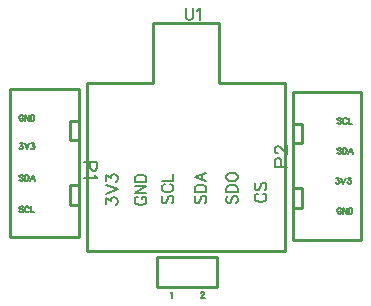
<source format=gto>
G04 Layer: TopSilkscreenLayer*
G04 EasyEDA v6.5.47, 2024-09-25 19:50:29*
G04 4115ed8de5bc4dae80ebc9d7783316fa,2802210eb98647e48a656566f44cf116,10*
G04 Gerber Generator version 0.2*
G04 Scale: 100 percent, Rotated: No, Reflected: No *
G04 Dimensions in millimeters *
G04 leading zeros omitted , absolute positions ,4 integer and 5 decimal *
%FSLAX45Y45*%
%MOMM*%

%ADD10C,0.2032*%
%ADD11C,0.1524*%
%ADD12C,0.2540*%

%LPD*%
D10*
X1621536Y2845815D02*
G01*
X1619250Y2850387D01*
X1614678Y2854960D01*
X1610105Y2857245D01*
X1601215Y2857245D01*
X1596644Y2854960D01*
X1592071Y2850387D01*
X1589786Y2845815D01*
X1587500Y2838957D01*
X1587500Y2827528D01*
X1589786Y2820670D01*
X1592071Y2816352D01*
X1596644Y2811779D01*
X1601215Y2809494D01*
X1610105Y2809494D01*
X1614678Y2811779D01*
X1619250Y2816352D01*
X1621536Y2820670D01*
X1621536Y2827528D01*
X1610105Y2827528D02*
G01*
X1621536Y2827528D01*
X1636521Y2857245D02*
G01*
X1636521Y2809494D01*
X1636521Y2857245D02*
G01*
X1668526Y2809494D01*
X1668526Y2857245D02*
G01*
X1668526Y2809494D01*
X1683512Y2857245D02*
G01*
X1683512Y2809494D01*
X1683512Y2857245D02*
G01*
X1699260Y2857245D01*
X1706118Y2854960D01*
X1710689Y2850387D01*
X1712976Y2845815D01*
X1715262Y2838957D01*
X1715262Y2827528D01*
X1712976Y2820670D01*
X1710689Y2816352D01*
X1706118Y2811779D01*
X1699260Y2809494D01*
X1683512Y2809494D01*
X1592071Y2615945D02*
G01*
X1616963Y2615945D01*
X1603502Y2597657D01*
X1610105Y2597657D01*
X1614678Y2595371D01*
X1616963Y2593086D01*
X1619250Y2586228D01*
X1619250Y2581655D01*
X1616963Y2575052D01*
X1612392Y2570479D01*
X1605787Y2568194D01*
X1598929Y2568194D01*
X1592071Y2570479D01*
X1589786Y2572765D01*
X1587500Y2577337D01*
X1634236Y2615945D02*
G01*
X1652523Y2568194D01*
X1670557Y2615945D02*
G01*
X1652523Y2568194D01*
X1690115Y2615945D02*
G01*
X1715262Y2615945D01*
X1701545Y2597657D01*
X1708404Y2597657D01*
X1712976Y2595371D01*
X1715262Y2593086D01*
X1717547Y2586228D01*
X1717547Y2581655D01*
X1715262Y2575052D01*
X1710689Y2570479D01*
X1703831Y2568194D01*
X1696973Y2568194D01*
X1690115Y2570479D01*
X1687829Y2572765D01*
X1685797Y2577337D01*
X1619250Y2342387D02*
G01*
X1614678Y2346960D01*
X1608073Y2349245D01*
X1598929Y2349245D01*
X1592071Y2346960D01*
X1587500Y2342387D01*
X1587500Y2337815D01*
X1589786Y2333244D01*
X1592071Y2330957D01*
X1596644Y2328671D01*
X1610105Y2324100D01*
X1614678Y2321813D01*
X1616963Y2319528D01*
X1619250Y2314955D01*
X1619250Y2308352D01*
X1614678Y2303779D01*
X1608073Y2301494D01*
X1598929Y2301494D01*
X1592071Y2303779D01*
X1587500Y2308352D01*
X1634236Y2349245D02*
G01*
X1634236Y2301494D01*
X1634236Y2349245D02*
G01*
X1650237Y2349245D01*
X1657095Y2346960D01*
X1661668Y2342387D01*
X1663954Y2337815D01*
X1666239Y2330957D01*
X1666239Y2319528D01*
X1663954Y2312670D01*
X1661668Y2308352D01*
X1657095Y2303779D01*
X1650237Y2301494D01*
X1634236Y2301494D01*
X1699260Y2349245D02*
G01*
X1681226Y2301494D01*
X1699260Y2349245D02*
G01*
X1717547Y2301494D01*
X1687829Y2317242D02*
G01*
X1710689Y2317242D01*
X1619250Y2075687D02*
G01*
X1614678Y2080260D01*
X1608073Y2082545D01*
X1598929Y2082545D01*
X1592071Y2080260D01*
X1587500Y2075687D01*
X1587500Y2071115D01*
X1589786Y2066544D01*
X1592071Y2064257D01*
X1596644Y2061971D01*
X1610105Y2057400D01*
X1614678Y2055113D01*
X1616963Y2052828D01*
X1619250Y2048255D01*
X1619250Y2041652D01*
X1614678Y2037079D01*
X1608073Y2034794D01*
X1598929Y2034794D01*
X1592071Y2037079D01*
X1587500Y2041652D01*
X1668526Y2071115D02*
G01*
X1666239Y2075687D01*
X1661668Y2080260D01*
X1657095Y2082545D01*
X1647952Y2082545D01*
X1643379Y2080260D01*
X1638807Y2075687D01*
X1636521Y2071115D01*
X1634236Y2064257D01*
X1634236Y2052828D01*
X1636521Y2045970D01*
X1638807Y2041652D01*
X1643379Y2037079D01*
X1647952Y2034794D01*
X1657095Y2034794D01*
X1661668Y2037079D01*
X1666239Y2041652D01*
X1668526Y2045970D01*
X1683512Y2082545D02*
G01*
X1683512Y2034794D01*
X1683512Y2034794D02*
G01*
X1710689Y2034794D01*
X4313936Y2058415D02*
G01*
X4311650Y2062987D01*
X4307077Y2067560D01*
X4302506Y2069845D01*
X4293615Y2069845D01*
X4289043Y2067560D01*
X4284472Y2062987D01*
X4282186Y2058415D01*
X4279900Y2051557D01*
X4279900Y2040128D01*
X4282186Y2033270D01*
X4284472Y2028952D01*
X4289043Y2024379D01*
X4293615Y2022094D01*
X4302506Y2022094D01*
X4307077Y2024379D01*
X4311650Y2028952D01*
X4313936Y2033270D01*
X4313936Y2040128D01*
X4302506Y2040128D02*
G01*
X4313936Y2040128D01*
X4328922Y2069845D02*
G01*
X4328922Y2022094D01*
X4328922Y2069845D02*
G01*
X4360925Y2022094D01*
X4360925Y2069845D02*
G01*
X4360925Y2022094D01*
X4375911Y2069845D02*
G01*
X4375911Y2022094D01*
X4375911Y2069845D02*
G01*
X4391659Y2069845D01*
X4398518Y2067560D01*
X4403090Y2062987D01*
X4405375Y2058415D01*
X4407661Y2051557D01*
X4407661Y2040128D01*
X4405375Y2033270D01*
X4403090Y2028952D01*
X4398518Y2024379D01*
X4391659Y2022094D01*
X4375911Y2022094D01*
X4271772Y2323845D02*
G01*
X4296663Y2323845D01*
X4283202Y2305557D01*
X4289806Y2305557D01*
X4294377Y2303271D01*
X4296663Y2300986D01*
X4298950Y2294128D01*
X4298950Y2289555D01*
X4296663Y2282952D01*
X4292091Y2278379D01*
X4285488Y2276094D01*
X4278629Y2276094D01*
X4271772Y2278379D01*
X4269486Y2280665D01*
X4267200Y2285237D01*
X4313936Y2323845D02*
G01*
X4332224Y2276094D01*
X4350258Y2323845D02*
G01*
X4332224Y2276094D01*
X4369815Y2323845D02*
G01*
X4394961Y2323845D01*
X4381245Y2305557D01*
X4388104Y2305557D01*
X4392675Y2303271D01*
X4394961Y2300986D01*
X4397247Y2294128D01*
X4397247Y2289555D01*
X4394961Y2282952D01*
X4390390Y2278379D01*
X4383531Y2276094D01*
X4376674Y2276094D01*
X4369815Y2278379D01*
X4367529Y2280665D01*
X4365497Y2285237D01*
X4311650Y2570987D02*
G01*
X4307077Y2575560D01*
X4300474Y2577845D01*
X4291329Y2577845D01*
X4284472Y2575560D01*
X4279900Y2570987D01*
X4279900Y2566415D01*
X4282186Y2561844D01*
X4284472Y2559557D01*
X4289043Y2557271D01*
X4302506Y2552700D01*
X4307077Y2550413D01*
X4309363Y2548128D01*
X4311650Y2543555D01*
X4311650Y2536952D01*
X4307077Y2532379D01*
X4300474Y2530094D01*
X4291329Y2530094D01*
X4284472Y2532379D01*
X4279900Y2536952D01*
X4326636Y2577845D02*
G01*
X4326636Y2530094D01*
X4326636Y2577845D02*
G01*
X4342638Y2577845D01*
X4349495Y2575560D01*
X4354068Y2570987D01*
X4356354Y2566415D01*
X4358640Y2559557D01*
X4358640Y2548128D01*
X4356354Y2541270D01*
X4354068Y2536952D01*
X4349495Y2532379D01*
X4342638Y2530094D01*
X4326636Y2530094D01*
X4391659Y2577845D02*
G01*
X4373625Y2530094D01*
X4391659Y2577845D02*
G01*
X4409947Y2530094D01*
X4380229Y2545842D02*
G01*
X4403090Y2545842D01*
X4311650Y2824987D02*
G01*
X4307077Y2829560D01*
X4300474Y2831845D01*
X4291329Y2831845D01*
X4284472Y2829560D01*
X4279900Y2824987D01*
X4279900Y2820415D01*
X4282186Y2815844D01*
X4284472Y2813557D01*
X4289043Y2811271D01*
X4302506Y2806700D01*
X4307077Y2804413D01*
X4309363Y2802128D01*
X4311650Y2797555D01*
X4311650Y2790952D01*
X4307077Y2786379D01*
X4300474Y2784094D01*
X4291329Y2784094D01*
X4284472Y2786379D01*
X4279900Y2790952D01*
X4360925Y2820415D02*
G01*
X4358640Y2824987D01*
X4354068Y2829560D01*
X4349495Y2831845D01*
X4340352Y2831845D01*
X4335779Y2829560D01*
X4331208Y2824987D01*
X4328922Y2820415D01*
X4326636Y2813557D01*
X4326636Y2802128D01*
X4328922Y2795270D01*
X4331208Y2790952D01*
X4335779Y2786379D01*
X4340352Y2784094D01*
X4349495Y2784094D01*
X4354068Y2786379D01*
X4358640Y2790952D01*
X4360925Y2795270D01*
X4375911Y2831845D02*
G01*
X4375911Y2784094D01*
X4375911Y2784094D02*
G01*
X4403090Y2784094D01*
D11*
X2245522Y2457089D02*
G01*
X2136556Y2457089D01*
X2245522Y2457089D02*
G01*
X2245522Y2410353D01*
X2240442Y2394859D01*
X2235108Y2389525D01*
X2224694Y2384445D01*
X2209200Y2384445D01*
X2198786Y2389525D01*
X2193706Y2394859D01*
X2188372Y2410353D01*
X2188372Y2457089D01*
X2224694Y2350155D02*
G01*
X2230028Y2339741D01*
X2245522Y2323993D01*
X2136556Y2323993D01*
X3748877Y2419710D02*
G01*
X3857843Y2419710D01*
X3748877Y2419710D02*
G01*
X3748877Y2466446D01*
X3753957Y2481940D01*
X3759291Y2487274D01*
X3769705Y2492354D01*
X3785199Y2492354D01*
X3795613Y2487274D01*
X3800693Y2481940D01*
X3806027Y2466446D01*
X3806027Y2419710D01*
X3774785Y2531978D02*
G01*
X3769705Y2531978D01*
X3759291Y2537058D01*
X3753957Y2542392D01*
X3748877Y2552806D01*
X3748877Y2573380D01*
X3753957Y2583794D01*
X3759291Y2589128D01*
X3769705Y2594208D01*
X3780119Y2594208D01*
X3790533Y2589128D01*
X3806027Y2578714D01*
X3857843Y2526644D01*
X3857843Y2599542D01*
X2997200Y3758437D02*
G01*
X2997200Y3690365D01*
X3001772Y3676650D01*
X3010915Y3667505D01*
X3024377Y3662934D01*
X3033522Y3662934D01*
X3047238Y3667505D01*
X3056381Y3676650D01*
X3060954Y3690365D01*
X3060954Y3758437D01*
X3090925Y3740404D02*
G01*
X3099815Y3744976D01*
X3113531Y3758437D01*
X3113531Y3662934D01*
D10*
X2324861Y2104644D02*
G01*
X2324861Y2154681D01*
X2361184Y2127250D01*
X2361184Y2140965D01*
X2365756Y2150110D01*
X2370327Y2154681D01*
X2383790Y2159254D01*
X2392934Y2159254D01*
X2406650Y2154681D01*
X2415793Y2145537D01*
X2420365Y2131821D01*
X2420365Y2118105D01*
X2415793Y2104644D01*
X2411222Y2100071D01*
X2402077Y2095500D01*
X2324861Y2189226D02*
G01*
X2420365Y2225547D01*
X2324861Y2261870D02*
G01*
X2420365Y2225547D01*
X2324861Y2300986D02*
G01*
X2324861Y2351023D01*
X2361184Y2323592D01*
X2361184Y2337307D01*
X2365756Y2346452D01*
X2370327Y2351023D01*
X2383790Y2355595D01*
X2392934Y2355595D01*
X2406650Y2351023D01*
X2415793Y2341879D01*
X2420365Y2328163D01*
X2420365Y2314702D01*
X2415793Y2300986D01*
X2411222Y2296413D01*
X2402077Y2291842D01*
X2588768Y2163571D02*
G01*
X2579624Y2159254D01*
X2570734Y2150110D01*
X2566161Y2140965D01*
X2566161Y2122678D01*
X2570734Y2113787D01*
X2579624Y2104644D01*
X2588768Y2100071D01*
X2602484Y2095500D01*
X2625090Y2095500D01*
X2638806Y2100071D01*
X2647950Y2104644D01*
X2657093Y2113787D01*
X2661665Y2122678D01*
X2661665Y2140965D01*
X2657093Y2150110D01*
X2647950Y2159254D01*
X2638806Y2163571D01*
X2625090Y2163571D01*
X2625090Y2140965D02*
G01*
X2625090Y2163571D01*
X2566161Y2193797D02*
G01*
X2661665Y2193797D01*
X2566161Y2193797D02*
G01*
X2661665Y2257297D01*
X2566161Y2257297D02*
G01*
X2661665Y2257297D01*
X2566161Y2287270D02*
G01*
X2661665Y2287270D01*
X2566161Y2287270D02*
G01*
X2566161Y2319020D01*
X2570734Y2332736D01*
X2579624Y2341879D01*
X2588768Y2346452D01*
X2602484Y2351023D01*
X2625090Y2351023D01*
X2638806Y2346452D01*
X2647950Y2341879D01*
X2657093Y2332736D01*
X2661665Y2319020D01*
X2661665Y2287270D01*
X3354324Y2171954D02*
G01*
X3345434Y2162810D01*
X3340861Y2149094D01*
X3340861Y2130805D01*
X3345434Y2117344D01*
X3354324Y2108200D01*
X3363468Y2108200D01*
X3372611Y2112771D01*
X3377184Y2117344D01*
X3381756Y2126487D01*
X3390900Y2153665D01*
X3395218Y2162810D01*
X3399790Y2167381D01*
X3408934Y2171954D01*
X3422650Y2171954D01*
X3431793Y2162810D01*
X3436365Y2149094D01*
X3436365Y2130805D01*
X3431793Y2117344D01*
X3422650Y2108200D01*
X3340861Y2201926D02*
G01*
X3436365Y2201926D01*
X3340861Y2201926D02*
G01*
X3340861Y2233676D01*
X3345434Y2247392D01*
X3354324Y2256281D01*
X3363468Y2260854D01*
X3377184Y2265426D01*
X3399790Y2265426D01*
X3413506Y2260854D01*
X3422650Y2256281D01*
X3431793Y2247392D01*
X3436365Y2233676D01*
X3436365Y2201926D01*
X3340861Y2322829D02*
G01*
X3345434Y2313686D01*
X3354324Y2304542D01*
X3363468Y2299970D01*
X3377184Y2295397D01*
X3399790Y2295397D01*
X3413506Y2299970D01*
X3422650Y2304542D01*
X3431793Y2313686D01*
X3436365Y2322829D01*
X3436365Y2340863D01*
X3431793Y2350007D01*
X3422650Y2359152D01*
X3413506Y2363723D01*
X3399790Y2368295D01*
X3377184Y2368295D01*
X3363468Y2363723D01*
X3354324Y2359152D01*
X3345434Y2350007D01*
X3340861Y2340863D01*
X3340861Y2322829D01*
X3087624Y2171954D02*
G01*
X3078734Y2162810D01*
X3074161Y2149094D01*
X3074161Y2130805D01*
X3078734Y2117344D01*
X3087624Y2108200D01*
X3096768Y2108200D01*
X3105911Y2112771D01*
X3110484Y2117344D01*
X3115056Y2126487D01*
X3124200Y2153665D01*
X3128518Y2162810D01*
X3133090Y2167381D01*
X3142234Y2171954D01*
X3155950Y2171954D01*
X3165093Y2162810D01*
X3169665Y2149094D01*
X3169665Y2130805D01*
X3165093Y2117344D01*
X3155950Y2108200D01*
X3074161Y2201926D02*
G01*
X3169665Y2201926D01*
X3074161Y2201926D02*
G01*
X3074161Y2233676D01*
X3078734Y2247392D01*
X3087624Y2256281D01*
X3096768Y2260854D01*
X3110484Y2265426D01*
X3133090Y2265426D01*
X3146806Y2260854D01*
X3155950Y2256281D01*
X3165093Y2247392D01*
X3169665Y2233676D01*
X3169665Y2201926D01*
X3074161Y2331720D02*
G01*
X3169665Y2295397D01*
X3074161Y2331720D02*
G01*
X3169665Y2368295D01*
X3137661Y2309113D02*
G01*
X3137661Y2354579D01*
X3604768Y2188971D02*
G01*
X3595624Y2184654D01*
X3586734Y2175510D01*
X3582161Y2166365D01*
X3582161Y2148078D01*
X3586734Y2139187D01*
X3595624Y2130044D01*
X3604768Y2125471D01*
X3618484Y2120900D01*
X3641090Y2120900D01*
X3654806Y2125471D01*
X3663950Y2130044D01*
X3673093Y2139187D01*
X3677665Y2148078D01*
X3677665Y2166365D01*
X3673093Y2175510D01*
X3663950Y2184654D01*
X3654806Y2188971D01*
X3595624Y2282697D02*
G01*
X3586734Y2273554D01*
X3582161Y2260092D01*
X3582161Y2241804D01*
X3586734Y2228087D01*
X3595624Y2219197D01*
X3604768Y2219197D01*
X3613911Y2223515D01*
X3618484Y2228087D01*
X3623056Y2237231D01*
X3632200Y2264410D01*
X3636518Y2273554D01*
X3641090Y2278126D01*
X3650234Y2282697D01*
X3663950Y2282697D01*
X3673093Y2273554D01*
X3677665Y2260092D01*
X3677665Y2241804D01*
X3673093Y2228087D01*
X3663950Y2219197D01*
X2808224Y2171954D02*
G01*
X2799334Y2162810D01*
X2794761Y2149094D01*
X2794761Y2130805D01*
X2799334Y2117344D01*
X2808224Y2108200D01*
X2817368Y2108200D01*
X2826511Y2112771D01*
X2831084Y2117344D01*
X2835656Y2126487D01*
X2844800Y2153665D01*
X2849118Y2162810D01*
X2853690Y2167381D01*
X2862834Y2171954D01*
X2876550Y2171954D01*
X2885693Y2162810D01*
X2890265Y2149094D01*
X2890265Y2130805D01*
X2885693Y2117344D01*
X2876550Y2108200D01*
X2817368Y2269997D02*
G01*
X2808224Y2265426D01*
X2799334Y2256281D01*
X2794761Y2247392D01*
X2794761Y2229104D01*
X2799334Y2219960D01*
X2808224Y2210815D01*
X2817368Y2206497D01*
X2831084Y2201926D01*
X2853690Y2201926D01*
X2867406Y2206497D01*
X2876550Y2210815D01*
X2885693Y2219960D01*
X2890265Y2229104D01*
X2890265Y2247392D01*
X2885693Y2256281D01*
X2876550Y2265426D01*
X2867406Y2269997D01*
X2794761Y2299970D02*
G01*
X2890265Y2299970D01*
X2890265Y2299970D02*
G01*
X2890265Y2354579D01*
X3126486Y1347215D02*
G01*
X3126486Y1349502D01*
X3128772Y1354073D01*
X3131058Y1356360D01*
X3135629Y1358645D01*
X3144774Y1358645D01*
X3149091Y1356360D01*
X3151377Y1354073D01*
X3153663Y1349502D01*
X3153663Y1344929D01*
X3151377Y1340357D01*
X3146806Y1333500D01*
X3124200Y1310894D01*
X3155950Y1310894D01*
X2870200Y1349502D02*
G01*
X2874772Y1351787D01*
X2881629Y1358645D01*
X2881629Y1310894D01*
D12*
X2091697Y2259871D02*
G01*
X2014199Y2259871D01*
X2014199Y2093567D01*
X2086937Y2093567D01*
X2091697Y2098327D01*
X2091697Y2808638D02*
G01*
X2014199Y2808638D01*
X2014199Y2642334D01*
X2086937Y2642334D01*
X2091697Y2647094D01*
X1511703Y3076100D02*
G01*
X2091697Y3076100D01*
X2091697Y1826099D01*
X1511703Y1826099D01*
X1511703Y3075101D01*
X1512702Y3076100D01*
X3902702Y2616928D02*
G01*
X3980200Y2616928D01*
X3980200Y2783232D01*
X3907462Y2783232D01*
X3902702Y2778472D01*
X3902702Y2068161D02*
G01*
X3980200Y2068161D01*
X3980200Y2234465D01*
X3907462Y2234465D01*
X3902702Y2229705D01*
X4482696Y1800699D02*
G01*
X3902702Y1800699D01*
X3902702Y3050700D01*
X4482696Y3050700D01*
X4482696Y1801698D01*
X4481697Y1800699D01*
X2159000Y1701800D02*
G01*
X3835400Y1701800D01*
X3835400Y3124200D01*
X3276600Y3124200D01*
X3276600Y3632200D01*
X2717800Y3632200D01*
X2717800Y3124200D01*
X2159000Y3124200D01*
X2159000Y1701800D01*
X2755900Y1397000D02*
G01*
X2755900Y1651000D01*
X3263900Y1651000D01*
X3263900Y1397000D01*
X2755900Y1397000D01*
M02*

</source>
